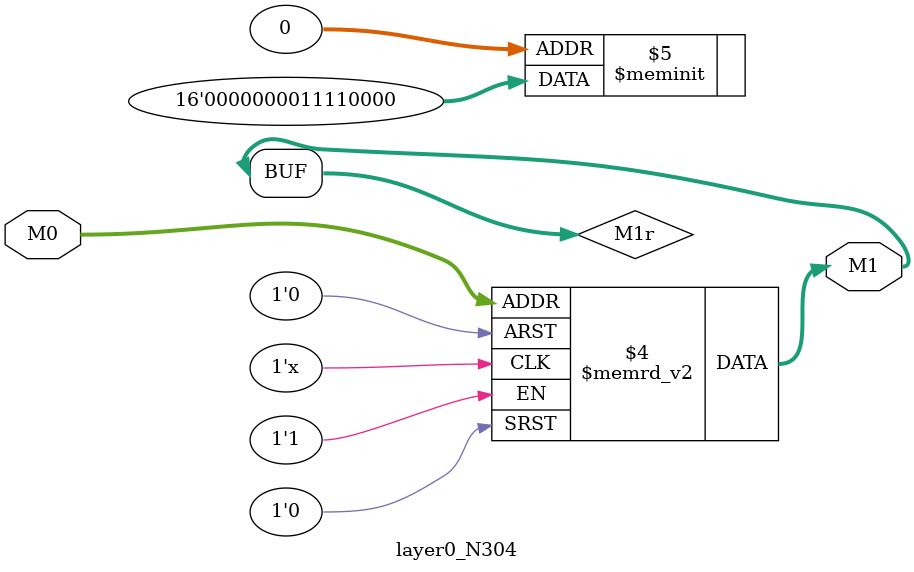
<source format=v>
module layer0_N304 ( input [2:0] M0, output [1:0] M1 );

	(*rom_style = "distributed" *) reg [1:0] M1r;
	assign M1 = M1r;
	always @ (M0) begin
		case (M0)
			3'b000: M1r = 2'b00;
			3'b100: M1r = 2'b00;
			3'b010: M1r = 2'b11;
			3'b110: M1r = 2'b00;
			3'b001: M1r = 2'b00;
			3'b101: M1r = 2'b00;
			3'b011: M1r = 2'b11;
			3'b111: M1r = 2'b00;

		endcase
	end
endmodule

</source>
